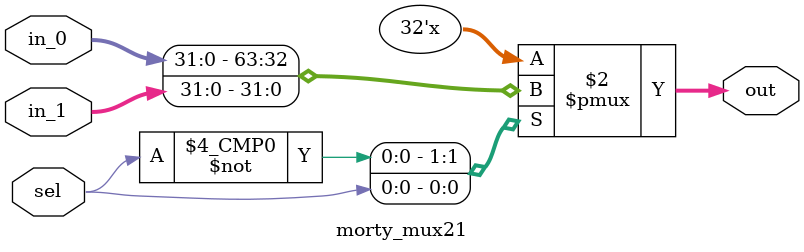
<source format=v>


module morty_mux21 (
		input 	[31:0] in_0,
		input 	[31:0] in_1,
		input    	sel,
		output	reg [31:0] out  ); 

	always @(*) begin
		case(sel)
			1'b0: out = in_0; 
			1'b1: out = in_1;
		endcase
	end
endmodule
		

</source>
